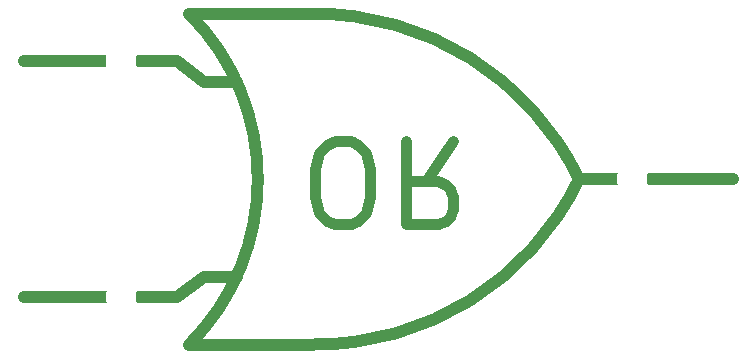
<source format=gbr>
%TF.GenerationSoftware,KiCad,Pcbnew,7.0.8*%
%TF.CreationDate,2024-03-12T18:38:59-04:00*%
%TF.ProjectId,ORgate,4f526761-7465-42e6-9b69-6361645f7063,rev?*%
%TF.SameCoordinates,Original*%
%TF.FileFunction,Legend,Bot*%
%TF.FilePolarity,Positive*%
%FSLAX46Y46*%
G04 Gerber Fmt 4.6, Leading zero omitted, Abs format (unit mm)*
G04 Created by KiCad (PCBNEW 7.0.8) date 2024-03-12 18:38:59*
%MOMM*%
%LPD*%
G01*
G04 APERTURE LIST*
%ADD10C,1.000000*%
%ADD11C,0.960000*%
%ADD12O,2.600000X2.100000*%
G04 APERTURE END LIST*
D10*
X131000000Y-115000000D02*
X127750000Y-115000000D01*
X133250000Y-96750000D02*
X136000000Y-96750000D01*
X164999998Y-105000001D02*
G75*
G03*
X142500000Y-91000000I-22301538J-10761399D01*
G01*
X133250000Y-96750000D02*
X131000000Y-95000000D01*
X127750000Y-95000000D02*
X131000000Y-95000000D01*
X168250000Y-105000000D02*
X165000000Y-105000000D01*
X118000000Y-115000000D02*
X125000000Y-115000000D01*
X142500000Y-119000002D02*
G75*
G03*
X165000000Y-105000000I198460J24761402D01*
G01*
X132000000Y-119000000D02*
X142500000Y-119000000D01*
X131000000Y-115000000D02*
X133250000Y-113250000D01*
X132000000Y-91000000D02*
X142500000Y-91000000D01*
X131999999Y-118999999D02*
G75*
G03*
X131999999Y-91000001I-13999999J13999999D01*
G01*
X133250000Y-113250000D02*
X136000000Y-113250000D01*
X124750000Y-95000000D02*
X118000000Y-95000000D01*
X178000000Y-105000000D02*
X171000000Y-105000000D01*
D11*
X144310623Y-108836680D02*
X145651576Y-108836680D01*
X145651576Y-108836680D02*
X146322052Y-108501442D01*
X146322052Y-108501442D02*
X146992528Y-107830966D01*
X146992528Y-107830966D02*
X147327766Y-106490014D01*
X147327766Y-106490014D02*
X147327766Y-104143347D01*
X147327766Y-104143347D02*
X146992528Y-102802395D01*
X146992528Y-102802395D02*
X146322052Y-102131919D01*
X146322052Y-102131919D02*
X145651576Y-101796680D01*
X145651576Y-101796680D02*
X144310623Y-101796680D01*
X144310623Y-101796680D02*
X143640147Y-102131919D01*
X143640147Y-102131919D02*
X142969671Y-102802395D01*
X142969671Y-102802395D02*
X142634433Y-104143347D01*
X142634433Y-104143347D02*
X142634433Y-106490014D01*
X142634433Y-106490014D02*
X142969671Y-107830966D01*
X142969671Y-107830966D02*
X143640147Y-108501442D01*
X143640147Y-108501442D02*
X144310623Y-108836680D01*
X154367766Y-101796680D02*
X152021099Y-105149061D01*
X150344909Y-101796680D02*
X150344909Y-108836680D01*
X150344909Y-108836680D02*
X153026814Y-108836680D01*
X153026814Y-108836680D02*
X153697290Y-108501442D01*
X153697290Y-108501442D02*
X154032528Y-108166204D01*
X154032528Y-108166204D02*
X154367766Y-107495728D01*
X154367766Y-107495728D02*
X154367766Y-106490014D01*
X154367766Y-106490014D02*
X154032528Y-105819538D01*
X154032528Y-105819538D02*
X153697290Y-105484299D01*
X153697290Y-105484299D02*
X153026814Y-105149061D01*
X153026814Y-105149061D02*
X150344909Y-105149061D01*
%LPC*%
D12*
%TO.C,D2*%
X126250000Y-115000000D03*
%TD*%
%TO.C,D3*%
X169500000Y-105000000D03*
%TD*%
%TO.C,D1*%
X126250000Y-95000000D03*
%TD*%
%LPD*%
M02*

</source>
